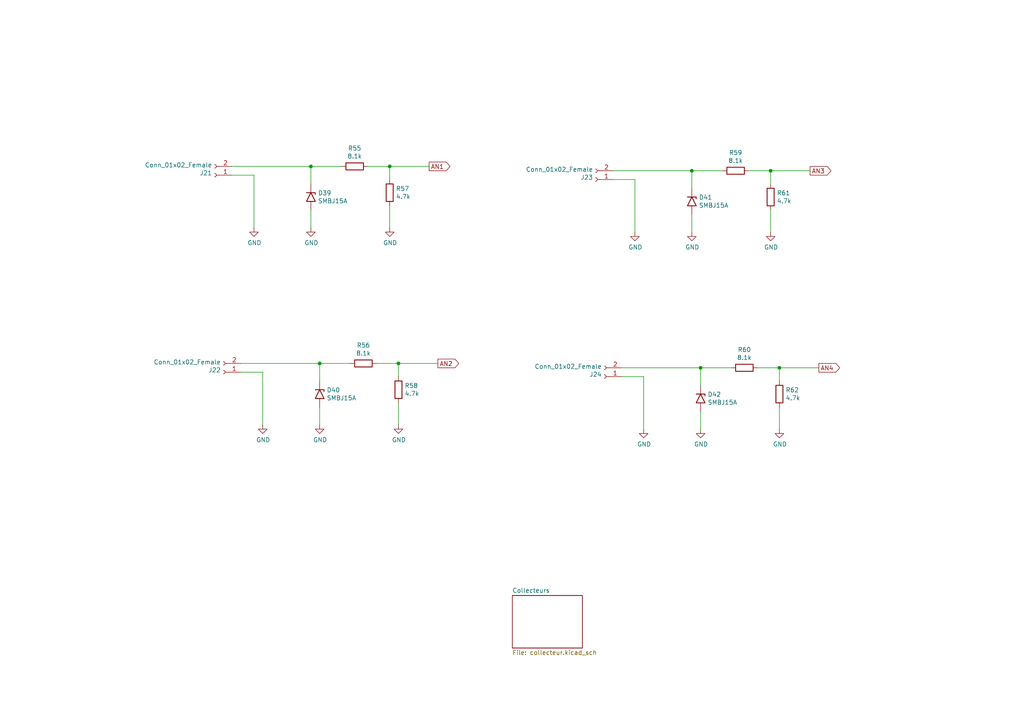
<source format=kicad_sch>
(kicad_sch (version 20211123) (generator eeschema)
  (paper "A4")
  (lib_symbols
    (symbol "Connector:Conn_01x02_Female" (pin_names (offset 1.016) hide)
      (property "Reference" "J" (at 0 2.54 0))
      (property "Value" "Conn_01x02_Female" (at 0 -5.08 0))
      (symbol "Conn_01x02_Female_1_1"
        (arc (start 0 -2.032) (mid -0.508 -2.54) (end 0 -3.048) (stroke (width 0.1524)))
        (polyline (pts (xy -1.27 -2.54) (xy -0.508 -2.54)) (stroke (width 0.1524)))
        (polyline (pts (xy -1.27 0) (xy -0.508 0)) (stroke (width 0.1524)))
        (arc (start 0 0.508) (mid -0.508 0) (end 0 -0.508) (stroke (width 0.1524)))
        (pin passive line (at -5.08 0 0) (length 3.81) (name "Pin_1") (number "1"))
        (pin passive line (at -5.08 -2.54 0) (length 3.81) (name "Pin_2") (number "2"))
      )
    )
    (symbol "Device:R" (pin_numbers hide) (pin_names (offset 0))
      (property "Reference" "R" (at 2.032 0 90))
      (property "Value" "R" (at 0 0 90))
      (symbol "R_0_1"
        (rectangle (start -1.016 -2.54) (end 1.016 2.54) (stroke (width 0.254)))
      )
      (symbol "R_1_1"
        (pin passive line (at 0 3.81 270) (length 1.27) (name "~") (number "1"))
        (pin passive line (at 0 -3.81 90) (length 1.27) (name "~") (number "2"))
      )
    )
    (symbol "Diode:SM6T15A" (pin_numbers hide) (pin_names (offset 1.016) hide)
      (property "Reference" "D" (at 0 2.54 0))
      (property "Value" "SM6T15A" (at 0 -2.54 0))
      (symbol "SM6T15A_0_1"
        (polyline (pts (xy -0.762 1.27) (xy -1.27 1.27) (xy -1.27 -1.27)) (stroke (width 0.254)))
        (polyline (pts (xy 1.27 1.27) (xy 1.27 -1.27) (xy -1.27 0) (xy 1.27 1.27)) (stroke (width 0.254)))
      )
      (symbol "SM6T15A_1_1"
        (pin passive line (at -3.81 0 0) (length 2.54) (name "A1") (number "1"))
        (pin passive line (at 3.81 0 180) (length 2.54) (name "A2") (number "2"))
      )
    )
    (symbol "power:GND" (power) (pin_names (offset 0))
      (property "Value" "GND" (at 0 -3.81 0))
      (symbol "GND_0_1"
        (polyline (pts (xy 0 0) (xy 0 -1.27) (xy 1.27 -1.27) (xy 0 -2.54) (xy -1.27 -1.27) (xy 0 -1.27)))
      )
      (symbol "GND_1_1"
        (pin power_in line (at 0 0 270) (length 0) hide (name "GND") (number "1"))
      )
    )
  )
  (junction (at 200.66 49.53))
  (junction (at 115.57 105.41))
  (junction (at 92.71 105.41))
  (junction (at 90.17 48.26))
  (junction (at 226.06 106.68))
  (junction (at 203.2 106.68))
  (junction (at 113.03 48.26))
  (junction (at 223.52 49.53))
  (wire (pts (xy 69.85 107.95) (xy 76.2 107.95)))
  (wire (pts (xy 223.52 49.53) (xy 223.52 53.34)))
  (wire (pts (xy 67.31 50.8) (xy 73.66 50.8)))
  (wire (pts (xy 92.71 118.11) (xy 92.71 123.19)))
  (wire (pts (xy 217.17 49.53) (xy 223.52 49.53)))
  (wire (pts (xy 115.57 116.84) (xy 115.57 123.19)))
  (wire (pts (xy 92.71 105.41) (xy 101.6 105.41)))
  (wire (pts (xy 200.66 49.53) (xy 209.55 49.53)))
  (wire (pts (xy 113.03 48.26) (xy 113.03 52.07)))
  (wire (pts (xy 90.17 60.96) (xy 90.17 66.04)))
  (wire (pts (xy 203.2 119.38) (xy 203.2 124.46)))
  (wire (pts (xy 73.66 50.8) (xy 73.66 66.04)))
  (wire (pts (xy 109.22 105.41) (xy 115.57 105.41)))
  (wire (pts (xy 177.8 49.53) (xy 200.66 49.53)))
  (wire (pts (xy 203.2 106.68) (xy 212.09 106.68)))
  (wire (pts (xy 67.31 48.26) (xy 90.17 48.26)))
  (wire (pts (xy 234.95 49.53) (xy 223.52 49.53)))
  (wire (pts (xy 106.68 48.26) (xy 113.03 48.26)))
  (wire (pts (xy 186.69 109.22) (xy 186.69 124.46)))
  (wire (pts (xy 219.71 106.68) (xy 226.06 106.68)))
  (wire (pts (xy 180.34 109.22) (xy 186.69 109.22)))
  (wire (pts (xy 200.66 49.53) (xy 200.66 54.61)))
  (wire (pts (xy 180.34 106.68) (xy 203.2 106.68)))
  (wire (pts (xy 90.17 48.26) (xy 90.17 53.34)))
  (wire (pts (xy 124.46 48.26) (xy 113.03 48.26)))
  (wire (pts (xy 226.06 106.68) (xy 226.06 110.49)))
  (wire (pts (xy 223.52 60.96) (xy 223.52 67.31)))
  (wire (pts (xy 200.66 62.23) (xy 200.66 67.31)))
  (wire (pts (xy 113.03 59.69) (xy 113.03 66.04)))
  (wire (pts (xy 237.49 106.68) (xy 226.06 106.68)))
  (wire (pts (xy 92.71 105.41) (xy 92.71 110.49)))
  (wire (pts (xy 76.2 107.95) (xy 76.2 123.19)))
  (wire (pts (xy 203.2 106.68) (xy 203.2 111.76)))
  (wire (pts (xy 184.15 52.07) (xy 184.15 67.31)))
  (wire (pts (xy 115.57 105.41) (xy 115.57 109.22)))
  (wire (pts (xy 127 105.41) (xy 115.57 105.41)))
  (wire (pts (xy 90.17 48.26) (xy 99.06 48.26)))
  (wire (pts (xy 177.8 52.07) (xy 184.15 52.07)))
  (wire (pts (xy 226.06 118.11) (xy 226.06 124.46)))
  (wire (pts (xy 69.85 105.41) (xy 92.71 105.41)))
  (global_label "AN2" (shape output) (at 127 105.41 0) (property "Intersheet References" "${INTERSHEET_REFS}" (effects hide)))
  (global_label "AN1" (shape output) (at 124.46 48.26 0) (property "Intersheet References" "${INTERSHEET_REFS}" (effects hide)))
  (global_label "AN3" (shape output) (at 234.95 49.53 0) (property "Intersheet References" "${INTERSHEET_REFS}" (effects hide)))
  (global_label "AN4" (shape output) (at 237.49 106.68 0) (property "Intersheet References" "${INTERSHEET_REFS}" (effects hide)))
  (symbol (lib_id "Connector:Conn_01x02_Female") (at 62.23 50.8 180) (unit 1)
    (property "Reference" "J21" (at 61.5188 50.1904 0) (effects (justify left)))
    (property "Value" "Conn_01x02_Female" (at 61.5188 47.879 0) (effects (justify left)))
    (property "Footprint" "connectors:conn-2pts-P5mm" (effects hide))
  )
  (symbol (lib_id "power:GND") (at 73.66 66.04 0) (unit 1)
    (property "Reference" "#PWR083" (effects hide))
    (property "Value" "GND" (at 73.787 70.4342 0))
  )
  (symbol (lib_id "Diode:SM6T15A") (at 90.17 57.15 270) (unit 1)
    (property "Reference" "D39" (at 92.202 55.9816 90) (effects (justify left)))
    (property "Value" "SMBJ15A" (at 92.202 58.293 90) (effects (justify left)))
    (property "Footprint" "Diode_SMD:D_SMB_Handsoldering" (effects hide))
    (property "Datasheet" "https://www.st.com/resource/en/datasheet/sm6t.pdf" (effects hide))
  )
  (symbol (lib_id "power:GND") (at 90.17 66.04 0) (unit 1)
    (property "Reference" "#PWR085" (effects hide))
    (property "Value" "GND" (at 90.297 70.4342 0))
  )
  (symbol (lib_id "Device:R") (at 102.87 48.26 270) (unit 1)
    (property "Reference" "R55" (at 102.87 43.0022 90))
    (property "Value" "8.1k" (at 102.87 45.3136 90))
    (property "Footprint" "Resistor_SMD:R_0805_2012Metric_Pad1.20x1.40mm_HandSolder" (effects hide))
  )
  (symbol (lib_id "power:GND") (at 113.03 66.04 0) (unit 1)
    (property "Reference" "#PWR087" (effects hide))
    (property "Value" "GND" (at 113.157 70.4342 0))
  )
  (symbol (lib_id "Device:R") (at 113.03 55.88 0) (unit 1)
    (property "Reference" "R57" (at 114.808 54.7116 0) (effects (justify left)))
    (property "Value" "4.7k" (at 114.808 57.023 0) (effects (justify left)))
    (property "Footprint" "Resistor_SMD:R_0805_2012Metric_Pad1.20x1.40mm_HandSolder" (effects hide))
  )
  (symbol (lib_id "Connector:Conn_01x02_Female") (at 64.77 107.95 180) (unit 1)
    (property "Reference" "J22" (at 64.0588 107.3404 0) (effects (justify left)))
    (property "Value" "Conn_01x02_Female" (at 64.0588 105.029 0) (effects (justify left)))
    (property "Footprint" "connectors:conn-2pts-P5mm" (effects hide))
  )
  (symbol (lib_id "power:GND") (at 76.2 123.19 0) (unit 1)
    (property "Reference" "#PWR084" (effects hide))
    (property "Value" "GND" (at 76.327 127.5842 0))
  )
  (symbol (lib_id "Diode:SM6T15A") (at 92.71 114.3 270) (unit 1)
    (property "Reference" "D40" (at 94.742 113.1316 90) (effects (justify left)))
    (property "Value" "SMBJ15A" (at 94.742 115.443 90) (effects (justify left)))
    (property "Footprint" "Diode_SMD:D_SMB_Handsoldering" (effects hide))
    (property "Datasheet" "https://www.st.com/resource/en/datasheet/sm6t.pdf" (effects hide))
  )
  (symbol (lib_id "power:GND") (at 92.71 123.19 0) (unit 1)
    (property "Reference" "#PWR086" (effects hide))
    (property "Value" "GND" (at 92.837 127.5842 0))
  )
  (symbol (lib_id "Device:R") (at 105.41 105.41 270) (unit 1)
    (property "Reference" "R56" (at 105.41 100.1522 90))
    (property "Value" "8.1k" (at 105.41 102.4636 90))
    (property "Footprint" "Resistor_SMD:R_0805_2012Metric_Pad1.20x1.40mm_HandSolder" (effects hide))
  )
  (symbol (lib_id "power:GND") (at 115.57 123.19 0) (unit 1)
    (property "Reference" "#PWR088" (effects hide))
    (property "Value" "GND" (at 115.697 127.5842 0))
  )
  (symbol (lib_id "Device:R") (at 115.57 113.03 0) (unit 1)
    (property "Reference" "R58" (at 117.348 111.8616 0) (effects (justify left)))
    (property "Value" "4.7k" (at 117.348 114.173 0) (effects (justify left)))
    (property "Footprint" "Resistor_SMD:R_0805_2012Metric_Pad1.20x1.40mm_HandSolder" (effects hide))
  )
  (symbol (lib_id "Connector:Conn_01x02_Female") (at 172.72 52.07 180) (unit 1)
    (property "Reference" "J23" (at 172.0088 51.4604 0) (effects (justify left)))
    (property "Value" "Conn_01x02_Female" (at 172.0088 49.149 0) (effects (justify left)))
    (property "Footprint" "connectors:conn-2pts-P5mm" (effects hide))
  )
  (symbol (lib_id "power:GND") (at 184.15 67.31 0) (unit 1)
    (property "Reference" "#PWR089" (effects hide))
    (property "Value" "GND" (at 184.277 71.7042 0))
  )
  (symbol (lib_id "Diode:SM6T15A") (at 200.66 58.42 270) (unit 1)
    (property "Reference" "D41" (at 202.692 57.2516 90) (effects (justify left)))
    (property "Value" "SMBJ15A" (at 202.692 59.563 90) (effects (justify left)))
    (property "Footprint" "Diode_SMD:D_SMB_Handsoldering" (effects hide))
    (property "Datasheet" "https://www.st.com/resource/en/datasheet/sm6t.pdf" (effects hide))
  )
  (symbol (lib_id "power:GND") (at 200.66 67.31 0) (unit 1)
    (property "Reference" "#PWR091" (effects hide))
    (property "Value" "GND" (at 200.787 71.7042 0))
  )
  (symbol (lib_id "Device:R") (at 213.36 49.53 270) (unit 1)
    (property "Reference" "R59" (at 213.36 44.2722 90))
    (property "Value" "8.1k" (at 213.36 46.5836 90))
    (property "Footprint" "Resistor_SMD:R_0805_2012Metric_Pad1.20x1.40mm_HandSolder" (effects hide))
  )
  (symbol (lib_id "power:GND") (at 223.52 67.31 0) (unit 1)
    (property "Reference" "#PWR093" (effects hide))
    (property "Value" "GND" (at 223.647 71.7042 0))
  )
  (symbol (lib_id "Device:R") (at 223.52 57.15 0) (unit 1)
    (property "Reference" "R61" (at 225.298 55.9816 0) (effects (justify left)))
    (property "Value" "4.7k" (at 225.298 58.293 0) (effects (justify left)))
    (property "Footprint" "Resistor_SMD:R_0805_2012Metric_Pad1.20x1.40mm_HandSolder" (effects hide))
  )
  (symbol (lib_id "Connector:Conn_01x02_Female") (at 175.26 109.22 180) (unit 1)
    (property "Reference" "J24" (at 174.5488 108.6104 0) (effects (justify left)))
    (property "Value" "Conn_01x02_Female" (at 174.5488 106.299 0) (effects (justify left)))
    (property "Footprint" "connectors:conn-2pts-P5mm" (effects hide))
  )
  (symbol (lib_id "power:GND") (at 186.69 124.46 0) (unit 1)
    (property "Reference" "#PWR090" (effects hide))
    (property "Value" "GND" (at 186.817 128.8542 0))
  )
  (symbol (lib_id "Diode:SM6T15A") (at 203.2 115.57 270) (unit 1)
    (property "Reference" "D42" (at 205.232 114.4016 90) (effects (justify left)))
    (property "Value" "SMBJ15A" (at 205.232 116.713 90) (effects (justify left)))
    (property "Footprint" "Diode_SMD:D_SMB_Handsoldering" (effects hide))
    (property "Datasheet" "https://www.st.com/resource/en/datasheet/sm6t.pdf" (effects hide))
  )
  (symbol (lib_id "power:GND") (at 203.2 124.46 0) (unit 1)
    (property "Reference" "#PWR092" (effects hide))
    (property "Value" "GND" (at 203.327 128.8542 0))
  )
  (symbol (lib_id "Device:R") (at 215.9 106.68 270) (unit 1)
    (property "Reference" "R60" (at 215.9 101.4222 90))
    (property "Value" "8.1k" (at 215.9 103.7336 90))
    (property "Footprint" "Resistor_SMD:R_0805_2012Metric_Pad1.20x1.40mm_HandSolder" (effects hide))
  )
  (symbol (lib_id "power:GND") (at 226.06 124.46 0) (unit 1)
    (property "Reference" "#PWR094" (effects hide))
    (property "Value" "GND" (at 226.187 128.8542 0))
  )
  (symbol (lib_id "Device:R") (at 226.06 114.3 0) (unit 1)
    (property "Reference" "R62" (at 227.838 113.1316 0) (effects (justify left)))
    (property "Value" "4.7k" (at 227.838 115.443 0) (effects (justify left)))
    (property "Footprint" "Resistor_SMD:R_0805_2012Metric_Pad1.20x1.40mm_HandSolder" (effects hide))
  )
  (sheet (at 148.59 172.72) (size 20.32 15.24)
    (property "Sheet name" "Collecteurs" (at 148.59 172.0084 0) (effects (justify left bottom)))
    (property "Sheet file" "collecteur.kicad_sch" (at 148.59 188.5446 0) (effects (justify left top)))
  )
)
</source>
